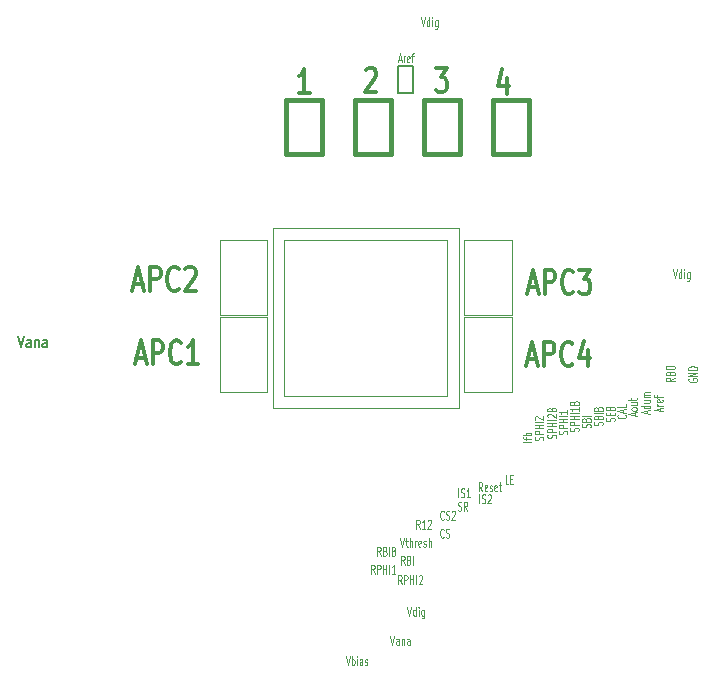
<source format=gto>
G04 (created by PCBNEW-RS274X (2012-01-19 BZR 3256)-stable) date Wed Aug 28 15:53:45 2013*
G01*
G70*
G90*
%MOIN*%
G04 Gerber Fmt 3.4, Leading zero omitted, Abs format*
%FSLAX34Y34*%
G04 APERTURE LIST*
%ADD10C,0.006000*%
%ADD11C,0.004900*%
%ADD12C,0.005900*%
%ADD13C,0.012000*%
%ADD14C,0.001000*%
%ADD15C,0.002500*%
%ADD16C,0.015000*%
%ADD17C,0.005000*%
G04 APERTURE END LIST*
G54D10*
G54D11*
X58952Y-11835D02*
X59045Y-11835D01*
X58933Y-11919D02*
X58998Y-11624D01*
X59064Y-11919D01*
X59130Y-11919D02*
X59130Y-11722D01*
X59130Y-11778D02*
X59139Y-11750D01*
X59149Y-11736D01*
X59167Y-11722D01*
X59186Y-11722D01*
X59327Y-11905D02*
X59308Y-11919D01*
X59271Y-11919D01*
X59252Y-11905D01*
X59243Y-11877D01*
X59243Y-11764D01*
X59252Y-11736D01*
X59271Y-11722D01*
X59308Y-11722D01*
X59327Y-11736D01*
X59336Y-11764D01*
X59336Y-11792D01*
X59243Y-11821D01*
X59393Y-11722D02*
X59468Y-11722D01*
X59421Y-11919D02*
X59421Y-11666D01*
X59430Y-11638D01*
X59449Y-11624D01*
X59468Y-11624D01*
X59710Y-10424D02*
X59775Y-10719D01*
X59841Y-10424D01*
X59991Y-10719D02*
X59991Y-10424D01*
X59991Y-10705D02*
X59973Y-10719D01*
X59935Y-10719D01*
X59916Y-10705D01*
X59907Y-10691D01*
X59898Y-10663D01*
X59898Y-10578D01*
X59907Y-10550D01*
X59916Y-10536D01*
X59935Y-10522D01*
X59973Y-10522D01*
X59991Y-10536D01*
X60085Y-10719D02*
X60085Y-10522D01*
X60085Y-10424D02*
X60076Y-10438D01*
X60085Y-10452D01*
X60094Y-10438D01*
X60085Y-10424D01*
X60085Y-10452D01*
X60263Y-10522D02*
X60263Y-10761D01*
X60254Y-10789D01*
X60245Y-10803D01*
X60226Y-10817D01*
X60198Y-10817D01*
X60179Y-10803D01*
X60263Y-10705D02*
X60245Y-10719D01*
X60207Y-10719D01*
X60188Y-10705D01*
X60179Y-10691D01*
X60170Y-10663D01*
X60170Y-10578D01*
X60179Y-10550D01*
X60188Y-10536D01*
X60207Y-10522D01*
X60245Y-10522D01*
X60263Y-10536D01*
X68110Y-18824D02*
X68175Y-19119D01*
X68241Y-18824D01*
X68391Y-19119D02*
X68391Y-18824D01*
X68391Y-19105D02*
X68373Y-19119D01*
X68335Y-19119D01*
X68316Y-19105D01*
X68307Y-19091D01*
X68298Y-19063D01*
X68298Y-18978D01*
X68307Y-18950D01*
X68316Y-18936D01*
X68335Y-18922D01*
X68373Y-18922D01*
X68391Y-18936D01*
X68485Y-19119D02*
X68485Y-18922D01*
X68485Y-18824D02*
X68476Y-18838D01*
X68485Y-18852D01*
X68494Y-18838D01*
X68485Y-18824D01*
X68485Y-18852D01*
X68663Y-18922D02*
X68663Y-19161D01*
X68654Y-19189D01*
X68645Y-19203D01*
X68626Y-19217D01*
X68598Y-19217D01*
X68579Y-19203D01*
X68663Y-19105D02*
X68645Y-19119D01*
X68607Y-19119D01*
X68588Y-19105D01*
X68579Y-19091D01*
X68570Y-19063D01*
X68570Y-18978D01*
X68579Y-18950D01*
X68588Y-18936D01*
X68607Y-18922D01*
X68645Y-18922D01*
X68663Y-18936D01*
X59068Y-29319D02*
X59003Y-29178D01*
X58956Y-29319D02*
X58956Y-29024D01*
X59031Y-29024D01*
X59050Y-29038D01*
X59059Y-29052D01*
X59068Y-29080D01*
X59068Y-29122D01*
X59059Y-29150D01*
X59050Y-29164D01*
X59031Y-29178D01*
X58956Y-29178D01*
X59153Y-29319D02*
X59153Y-29024D01*
X59228Y-29024D01*
X59247Y-29038D01*
X59256Y-29052D01*
X59265Y-29080D01*
X59265Y-29122D01*
X59256Y-29150D01*
X59247Y-29164D01*
X59228Y-29178D01*
X59153Y-29178D01*
X59350Y-29319D02*
X59350Y-29024D01*
X59350Y-29164D02*
X59462Y-29164D01*
X59462Y-29319D02*
X59462Y-29024D01*
X59556Y-29319D02*
X59556Y-29024D01*
X59641Y-29052D02*
X59650Y-29038D01*
X59669Y-29024D01*
X59716Y-29024D01*
X59734Y-29038D01*
X59744Y-29052D01*
X59753Y-29080D01*
X59753Y-29108D01*
X59744Y-29150D01*
X59631Y-29319D01*
X59753Y-29319D01*
X58168Y-28969D02*
X58103Y-28828D01*
X58056Y-28969D02*
X58056Y-28674D01*
X58131Y-28674D01*
X58150Y-28688D01*
X58159Y-28702D01*
X58168Y-28730D01*
X58168Y-28772D01*
X58159Y-28800D01*
X58150Y-28814D01*
X58131Y-28828D01*
X58056Y-28828D01*
X58253Y-28969D02*
X58253Y-28674D01*
X58328Y-28674D01*
X58347Y-28688D01*
X58356Y-28702D01*
X58365Y-28730D01*
X58365Y-28772D01*
X58356Y-28800D01*
X58347Y-28814D01*
X58328Y-28828D01*
X58253Y-28828D01*
X58450Y-28969D02*
X58450Y-28674D01*
X58450Y-28814D02*
X58562Y-28814D01*
X58562Y-28969D02*
X58562Y-28674D01*
X58656Y-28969D02*
X58656Y-28674D01*
X58853Y-28969D02*
X58741Y-28969D01*
X58797Y-28969D02*
X58797Y-28674D01*
X58778Y-28716D01*
X58759Y-28744D01*
X58741Y-28758D01*
X59165Y-28669D02*
X59100Y-28528D01*
X59053Y-28669D02*
X59053Y-28374D01*
X59128Y-28374D01*
X59147Y-28388D01*
X59156Y-28402D01*
X59165Y-28430D01*
X59165Y-28472D01*
X59156Y-28500D01*
X59147Y-28514D01*
X59128Y-28528D01*
X59053Y-28528D01*
X59316Y-28514D02*
X59344Y-28528D01*
X59353Y-28542D01*
X59362Y-28571D01*
X59362Y-28613D01*
X59353Y-28641D01*
X59344Y-28655D01*
X59325Y-28669D01*
X59250Y-28669D01*
X59250Y-28374D01*
X59316Y-28374D01*
X59334Y-28388D01*
X59344Y-28402D01*
X59353Y-28430D01*
X59353Y-28458D01*
X59344Y-28486D01*
X59334Y-28500D01*
X59316Y-28514D01*
X59250Y-28514D01*
X59447Y-28669D02*
X59447Y-28374D01*
X58367Y-28369D02*
X58302Y-28228D01*
X58255Y-28369D02*
X58255Y-28074D01*
X58330Y-28074D01*
X58349Y-28088D01*
X58358Y-28102D01*
X58367Y-28130D01*
X58367Y-28172D01*
X58358Y-28200D01*
X58349Y-28214D01*
X58330Y-28228D01*
X58255Y-28228D01*
X58518Y-28214D02*
X58546Y-28228D01*
X58555Y-28242D01*
X58564Y-28271D01*
X58564Y-28313D01*
X58555Y-28341D01*
X58546Y-28355D01*
X58527Y-28369D01*
X58452Y-28369D01*
X58452Y-28074D01*
X58518Y-28074D01*
X58536Y-28088D01*
X58546Y-28102D01*
X58555Y-28130D01*
X58555Y-28158D01*
X58546Y-28186D01*
X58536Y-28200D01*
X58518Y-28214D01*
X58452Y-28214D01*
X58649Y-28369D02*
X58649Y-28074D01*
X58809Y-28214D02*
X58837Y-28228D01*
X58846Y-28242D01*
X58855Y-28271D01*
X58855Y-28313D01*
X58846Y-28341D01*
X58837Y-28355D01*
X58818Y-28369D01*
X58743Y-28369D01*
X58743Y-28074D01*
X58809Y-28074D01*
X58827Y-28088D01*
X58837Y-28102D01*
X58846Y-28130D01*
X58846Y-28158D01*
X58837Y-28186D01*
X58827Y-28200D01*
X58809Y-28214D01*
X58743Y-28214D01*
X59025Y-27774D02*
X59090Y-28069D01*
X59156Y-27774D01*
X59194Y-27872D02*
X59269Y-27872D01*
X59222Y-27774D02*
X59222Y-28027D01*
X59231Y-28055D01*
X59250Y-28069D01*
X59269Y-28069D01*
X59335Y-28069D02*
X59335Y-27774D01*
X59419Y-28069D02*
X59419Y-27914D01*
X59410Y-27886D01*
X59391Y-27872D01*
X59363Y-27872D01*
X59344Y-27886D01*
X59335Y-27900D01*
X59513Y-28069D02*
X59513Y-27872D01*
X59513Y-27928D02*
X59522Y-27900D01*
X59532Y-27886D01*
X59550Y-27872D01*
X59569Y-27872D01*
X59710Y-28055D02*
X59691Y-28069D01*
X59654Y-28069D01*
X59635Y-28055D01*
X59626Y-28027D01*
X59626Y-27914D01*
X59635Y-27886D01*
X59654Y-27872D01*
X59691Y-27872D01*
X59710Y-27886D01*
X59719Y-27914D01*
X59719Y-27942D01*
X59626Y-27971D01*
X59795Y-28055D02*
X59813Y-28069D01*
X59851Y-28069D01*
X59870Y-28055D01*
X59879Y-28027D01*
X59879Y-28013D01*
X59870Y-27985D01*
X59851Y-27971D01*
X59823Y-27971D01*
X59804Y-27957D01*
X59795Y-27928D01*
X59795Y-27914D01*
X59804Y-27886D01*
X59823Y-27872D01*
X59851Y-27872D01*
X59870Y-27886D01*
X59963Y-28069D02*
X59963Y-27774D01*
X60047Y-28069D02*
X60047Y-27914D01*
X60038Y-27886D01*
X60019Y-27872D01*
X59991Y-27872D01*
X59972Y-27886D01*
X59963Y-27900D01*
X60467Y-27741D02*
X60458Y-27755D01*
X60430Y-27769D01*
X60411Y-27769D01*
X60383Y-27755D01*
X60364Y-27727D01*
X60355Y-27699D01*
X60346Y-27642D01*
X60346Y-27600D01*
X60355Y-27544D01*
X60364Y-27516D01*
X60383Y-27488D01*
X60411Y-27474D01*
X60430Y-27474D01*
X60458Y-27488D01*
X60467Y-27502D01*
X60543Y-27755D02*
X60571Y-27769D01*
X60618Y-27769D01*
X60636Y-27755D01*
X60646Y-27741D01*
X60655Y-27713D01*
X60655Y-27685D01*
X60646Y-27657D01*
X60636Y-27642D01*
X60618Y-27628D01*
X60580Y-27614D01*
X60561Y-27600D01*
X60552Y-27586D01*
X60543Y-27558D01*
X60543Y-27530D01*
X60552Y-27502D01*
X60561Y-27488D01*
X60580Y-27474D01*
X60627Y-27474D01*
X60655Y-27488D01*
X59673Y-27469D02*
X59608Y-27328D01*
X59561Y-27469D02*
X59561Y-27174D01*
X59636Y-27174D01*
X59655Y-27188D01*
X59664Y-27202D01*
X59673Y-27230D01*
X59673Y-27272D01*
X59664Y-27300D01*
X59655Y-27314D01*
X59636Y-27328D01*
X59561Y-27328D01*
X59861Y-27469D02*
X59749Y-27469D01*
X59805Y-27469D02*
X59805Y-27174D01*
X59786Y-27216D01*
X59767Y-27244D01*
X59749Y-27258D01*
X59937Y-27202D02*
X59946Y-27188D01*
X59965Y-27174D01*
X60012Y-27174D01*
X60030Y-27188D01*
X60040Y-27202D01*
X60049Y-27230D01*
X60049Y-27258D01*
X60040Y-27300D01*
X59927Y-27469D01*
X60049Y-27469D01*
X60473Y-27141D02*
X60464Y-27155D01*
X60436Y-27169D01*
X60417Y-27169D01*
X60389Y-27155D01*
X60370Y-27127D01*
X60361Y-27099D01*
X60352Y-27042D01*
X60352Y-27000D01*
X60361Y-26944D01*
X60370Y-26916D01*
X60389Y-26888D01*
X60417Y-26874D01*
X60436Y-26874D01*
X60464Y-26888D01*
X60473Y-26902D01*
X60549Y-27155D02*
X60577Y-27169D01*
X60624Y-27169D01*
X60642Y-27155D01*
X60652Y-27141D01*
X60661Y-27113D01*
X60661Y-27085D01*
X60652Y-27057D01*
X60642Y-27042D01*
X60624Y-27028D01*
X60586Y-27014D01*
X60567Y-27000D01*
X60558Y-26986D01*
X60549Y-26958D01*
X60549Y-26930D01*
X60558Y-26902D01*
X60567Y-26888D01*
X60586Y-26874D01*
X60633Y-26874D01*
X60661Y-26888D01*
X60737Y-26902D02*
X60746Y-26888D01*
X60765Y-26874D01*
X60812Y-26874D01*
X60830Y-26888D01*
X60840Y-26902D01*
X60849Y-26930D01*
X60849Y-26958D01*
X60840Y-27000D01*
X60727Y-27169D01*
X60849Y-27169D01*
X60946Y-26855D02*
X60974Y-26869D01*
X61021Y-26869D01*
X61039Y-26855D01*
X61049Y-26841D01*
X61058Y-26813D01*
X61058Y-26785D01*
X61049Y-26757D01*
X61039Y-26742D01*
X61021Y-26728D01*
X60983Y-26714D01*
X60964Y-26700D01*
X60955Y-26686D01*
X60946Y-26658D01*
X60946Y-26630D01*
X60955Y-26602D01*
X60964Y-26588D01*
X60983Y-26574D01*
X61030Y-26574D01*
X61058Y-26588D01*
X61255Y-26869D02*
X61190Y-26728D01*
X61143Y-26869D02*
X61143Y-26574D01*
X61218Y-26574D01*
X61237Y-26588D01*
X61246Y-26602D01*
X61255Y-26630D01*
X61255Y-26672D01*
X61246Y-26700D01*
X61237Y-26714D01*
X61218Y-26728D01*
X61143Y-26728D01*
X61662Y-26619D02*
X61662Y-26324D01*
X61747Y-26605D02*
X61775Y-26619D01*
X61822Y-26619D01*
X61840Y-26605D01*
X61850Y-26591D01*
X61859Y-26563D01*
X61859Y-26535D01*
X61850Y-26507D01*
X61840Y-26492D01*
X61822Y-26478D01*
X61784Y-26464D01*
X61765Y-26450D01*
X61756Y-26436D01*
X61747Y-26408D01*
X61747Y-26380D01*
X61756Y-26352D01*
X61765Y-26338D01*
X61784Y-26324D01*
X61831Y-26324D01*
X61859Y-26338D01*
X61935Y-26352D02*
X61944Y-26338D01*
X61963Y-26324D01*
X62010Y-26324D01*
X62028Y-26338D01*
X62038Y-26352D01*
X62047Y-26380D01*
X62047Y-26408D01*
X62038Y-26450D01*
X61925Y-26619D01*
X62047Y-26619D01*
X60962Y-26419D02*
X60962Y-26124D01*
X61047Y-26405D02*
X61075Y-26419D01*
X61122Y-26419D01*
X61140Y-26405D01*
X61150Y-26391D01*
X61159Y-26363D01*
X61159Y-26335D01*
X61150Y-26307D01*
X61140Y-26292D01*
X61122Y-26278D01*
X61084Y-26264D01*
X61065Y-26250D01*
X61056Y-26236D01*
X61047Y-26208D01*
X61047Y-26180D01*
X61056Y-26152D01*
X61065Y-26138D01*
X61084Y-26124D01*
X61131Y-26124D01*
X61159Y-26138D01*
X61347Y-26419D02*
X61235Y-26419D01*
X61291Y-26419D02*
X61291Y-26124D01*
X61272Y-26166D01*
X61253Y-26194D01*
X61235Y-26208D01*
X61756Y-26219D02*
X61691Y-26078D01*
X61644Y-26219D02*
X61644Y-25924D01*
X61719Y-25924D01*
X61738Y-25938D01*
X61747Y-25952D01*
X61756Y-25980D01*
X61756Y-26022D01*
X61747Y-26050D01*
X61738Y-26064D01*
X61719Y-26078D01*
X61644Y-26078D01*
X61916Y-26205D02*
X61897Y-26219D01*
X61860Y-26219D01*
X61841Y-26205D01*
X61832Y-26177D01*
X61832Y-26064D01*
X61841Y-26036D01*
X61860Y-26022D01*
X61897Y-26022D01*
X61916Y-26036D01*
X61925Y-26064D01*
X61925Y-26092D01*
X61832Y-26121D01*
X62001Y-26205D02*
X62019Y-26219D01*
X62057Y-26219D01*
X62076Y-26205D01*
X62085Y-26177D01*
X62085Y-26163D01*
X62076Y-26135D01*
X62057Y-26121D01*
X62029Y-26121D01*
X62010Y-26107D01*
X62001Y-26078D01*
X62001Y-26064D01*
X62010Y-26036D01*
X62029Y-26022D01*
X62057Y-26022D01*
X62076Y-26036D01*
X62244Y-26205D02*
X62225Y-26219D01*
X62188Y-26219D01*
X62169Y-26205D01*
X62160Y-26177D01*
X62160Y-26064D01*
X62169Y-26036D01*
X62188Y-26022D01*
X62225Y-26022D01*
X62244Y-26036D01*
X62253Y-26064D01*
X62253Y-26092D01*
X62160Y-26121D01*
X62310Y-26022D02*
X62385Y-26022D01*
X62338Y-25924D02*
X62338Y-26177D01*
X62347Y-26205D01*
X62366Y-26219D01*
X62385Y-26219D01*
X62623Y-25969D02*
X62529Y-25969D01*
X62529Y-25674D01*
X62688Y-25814D02*
X62754Y-25814D01*
X62782Y-25969D02*
X62688Y-25969D01*
X62688Y-25674D01*
X62782Y-25674D01*
X57205Y-31724D02*
X57270Y-32019D01*
X57336Y-31724D01*
X57402Y-32019D02*
X57402Y-31724D01*
X57402Y-31836D02*
X57421Y-31822D01*
X57458Y-31822D01*
X57477Y-31836D01*
X57486Y-31850D01*
X57496Y-31878D01*
X57496Y-31963D01*
X57486Y-31991D01*
X57477Y-32005D01*
X57458Y-32019D01*
X57421Y-32019D01*
X57402Y-32005D01*
X57580Y-32019D02*
X57580Y-31822D01*
X57580Y-31724D02*
X57571Y-31738D01*
X57580Y-31752D01*
X57589Y-31738D01*
X57580Y-31724D01*
X57580Y-31752D01*
X57758Y-32019D02*
X57758Y-31864D01*
X57749Y-31836D01*
X57730Y-31822D01*
X57693Y-31822D01*
X57674Y-31836D01*
X57758Y-32005D02*
X57740Y-32019D01*
X57693Y-32019D01*
X57674Y-32005D01*
X57665Y-31977D01*
X57665Y-31949D01*
X57674Y-31921D01*
X57693Y-31907D01*
X57740Y-31907D01*
X57758Y-31892D01*
X57843Y-32005D02*
X57861Y-32019D01*
X57899Y-32019D01*
X57918Y-32005D01*
X57927Y-31977D01*
X57927Y-31963D01*
X57918Y-31935D01*
X57899Y-31921D01*
X57871Y-31921D01*
X57852Y-31907D01*
X57843Y-31878D01*
X57843Y-31864D01*
X57852Y-31836D01*
X57871Y-31822D01*
X57899Y-31822D01*
X57918Y-31836D01*
X59260Y-30074D02*
X59325Y-30369D01*
X59391Y-30074D01*
X59541Y-30369D02*
X59541Y-30074D01*
X59541Y-30355D02*
X59523Y-30369D01*
X59485Y-30369D01*
X59466Y-30355D01*
X59457Y-30341D01*
X59448Y-30313D01*
X59448Y-30228D01*
X59457Y-30200D01*
X59466Y-30186D01*
X59485Y-30172D01*
X59523Y-30172D01*
X59541Y-30186D01*
X59635Y-30369D02*
X59635Y-30172D01*
X59635Y-30074D02*
X59626Y-30088D01*
X59635Y-30102D01*
X59644Y-30088D01*
X59635Y-30074D01*
X59635Y-30102D01*
X59813Y-30172D02*
X59813Y-30411D01*
X59804Y-30439D01*
X59795Y-30453D01*
X59776Y-30467D01*
X59748Y-30467D01*
X59729Y-30453D01*
X59813Y-30355D02*
X59795Y-30369D01*
X59757Y-30369D01*
X59738Y-30355D01*
X59729Y-30341D01*
X59720Y-30313D01*
X59720Y-30228D01*
X59729Y-30200D01*
X59738Y-30186D01*
X59757Y-30172D01*
X59795Y-30172D01*
X59813Y-30186D01*
X68638Y-22475D02*
X68624Y-22494D01*
X68624Y-22522D01*
X68638Y-22550D01*
X68666Y-22569D01*
X68694Y-22578D01*
X68750Y-22587D01*
X68792Y-22587D01*
X68849Y-22578D01*
X68877Y-22569D01*
X68905Y-22550D01*
X68919Y-22522D01*
X68919Y-22503D01*
X68905Y-22475D01*
X68891Y-22466D01*
X68792Y-22466D01*
X68792Y-22503D01*
X68919Y-22381D02*
X68624Y-22381D01*
X68919Y-22269D01*
X68624Y-22269D01*
X68919Y-22175D02*
X68624Y-22175D01*
X68624Y-22128D01*
X68638Y-22100D01*
X68666Y-22081D01*
X68694Y-22072D01*
X68750Y-22063D01*
X68792Y-22063D01*
X68849Y-22072D01*
X68877Y-22081D01*
X68905Y-22100D01*
X68919Y-22128D01*
X68919Y-22175D01*
X63394Y-24570D02*
X63099Y-24570D01*
X63197Y-24504D02*
X63197Y-24429D01*
X63394Y-24476D02*
X63141Y-24476D01*
X63113Y-24467D01*
X63099Y-24448D01*
X63099Y-24429D01*
X63394Y-24363D02*
X63099Y-24363D01*
X63211Y-24363D02*
X63197Y-24344D01*
X63197Y-24307D01*
X63211Y-24288D01*
X63225Y-24279D01*
X63253Y-24269D01*
X63338Y-24269D01*
X63366Y-24279D01*
X63380Y-24288D01*
X63394Y-24307D01*
X63394Y-24344D01*
X63380Y-24363D01*
X63780Y-24523D02*
X63794Y-24495D01*
X63794Y-24448D01*
X63780Y-24430D01*
X63766Y-24420D01*
X63738Y-24411D01*
X63710Y-24411D01*
X63682Y-24420D01*
X63667Y-24430D01*
X63653Y-24448D01*
X63639Y-24486D01*
X63625Y-24505D01*
X63611Y-24514D01*
X63583Y-24523D01*
X63555Y-24523D01*
X63527Y-24514D01*
X63513Y-24505D01*
X63499Y-24486D01*
X63499Y-24439D01*
X63513Y-24411D01*
X63794Y-24326D02*
X63499Y-24326D01*
X63499Y-24251D01*
X63513Y-24232D01*
X63527Y-24223D01*
X63555Y-24214D01*
X63597Y-24214D01*
X63625Y-24223D01*
X63639Y-24232D01*
X63653Y-24251D01*
X63653Y-24326D01*
X63794Y-24129D02*
X63499Y-24129D01*
X63639Y-24129D02*
X63639Y-24017D01*
X63794Y-24017D02*
X63499Y-24017D01*
X63794Y-23923D02*
X63499Y-23923D01*
X63527Y-23838D02*
X63513Y-23829D01*
X63499Y-23810D01*
X63499Y-23763D01*
X63513Y-23745D01*
X63527Y-23735D01*
X63555Y-23726D01*
X63583Y-23726D01*
X63625Y-23735D01*
X63794Y-23848D01*
X63794Y-23726D01*
X64205Y-24447D02*
X64219Y-24419D01*
X64219Y-24372D01*
X64205Y-24354D01*
X64191Y-24344D01*
X64163Y-24335D01*
X64135Y-24335D01*
X64107Y-24344D01*
X64092Y-24354D01*
X64078Y-24372D01*
X64064Y-24410D01*
X64050Y-24429D01*
X64036Y-24438D01*
X64008Y-24447D01*
X63980Y-24447D01*
X63952Y-24438D01*
X63938Y-24429D01*
X63924Y-24410D01*
X63924Y-24363D01*
X63938Y-24335D01*
X64219Y-24250D02*
X63924Y-24250D01*
X63924Y-24175D01*
X63938Y-24156D01*
X63952Y-24147D01*
X63980Y-24138D01*
X64022Y-24138D01*
X64050Y-24147D01*
X64064Y-24156D01*
X64078Y-24175D01*
X64078Y-24250D01*
X64219Y-24053D02*
X63924Y-24053D01*
X64064Y-24053D02*
X64064Y-23941D01*
X64219Y-23941D02*
X63924Y-23941D01*
X64219Y-23847D02*
X63924Y-23847D01*
X63952Y-23762D02*
X63938Y-23753D01*
X63924Y-23734D01*
X63924Y-23687D01*
X63938Y-23669D01*
X63952Y-23659D01*
X63980Y-23650D01*
X64008Y-23650D01*
X64050Y-23659D01*
X64219Y-23772D01*
X64219Y-23650D01*
X64064Y-23499D02*
X64078Y-23471D01*
X64092Y-23462D01*
X64121Y-23453D01*
X64163Y-23453D01*
X64191Y-23462D01*
X64205Y-23471D01*
X64219Y-23490D01*
X64219Y-23565D01*
X63924Y-23565D01*
X63924Y-23499D01*
X63938Y-23481D01*
X63952Y-23471D01*
X63980Y-23462D01*
X64008Y-23462D01*
X64036Y-23471D01*
X64050Y-23481D01*
X64064Y-23499D01*
X64064Y-23565D01*
X64580Y-24323D02*
X64594Y-24295D01*
X64594Y-24248D01*
X64580Y-24230D01*
X64566Y-24220D01*
X64538Y-24211D01*
X64510Y-24211D01*
X64482Y-24220D01*
X64467Y-24230D01*
X64453Y-24248D01*
X64439Y-24286D01*
X64425Y-24305D01*
X64411Y-24314D01*
X64383Y-24323D01*
X64355Y-24323D01*
X64327Y-24314D01*
X64313Y-24305D01*
X64299Y-24286D01*
X64299Y-24239D01*
X64313Y-24211D01*
X64594Y-24126D02*
X64299Y-24126D01*
X64299Y-24051D01*
X64313Y-24032D01*
X64327Y-24023D01*
X64355Y-24014D01*
X64397Y-24014D01*
X64425Y-24023D01*
X64439Y-24032D01*
X64453Y-24051D01*
X64453Y-24126D01*
X64594Y-23929D02*
X64299Y-23929D01*
X64439Y-23929D02*
X64439Y-23817D01*
X64594Y-23817D02*
X64299Y-23817D01*
X64594Y-23723D02*
X64299Y-23723D01*
X64594Y-23526D02*
X64594Y-23638D01*
X64594Y-23582D02*
X64299Y-23582D01*
X64341Y-23601D01*
X64369Y-23620D01*
X64383Y-23638D01*
X64955Y-24222D02*
X64969Y-24194D01*
X64969Y-24147D01*
X64955Y-24129D01*
X64941Y-24119D01*
X64913Y-24110D01*
X64885Y-24110D01*
X64857Y-24119D01*
X64842Y-24129D01*
X64828Y-24147D01*
X64814Y-24185D01*
X64800Y-24204D01*
X64786Y-24213D01*
X64758Y-24222D01*
X64730Y-24222D01*
X64702Y-24213D01*
X64688Y-24204D01*
X64674Y-24185D01*
X64674Y-24138D01*
X64688Y-24110D01*
X64969Y-24025D02*
X64674Y-24025D01*
X64674Y-23950D01*
X64688Y-23931D01*
X64702Y-23922D01*
X64730Y-23913D01*
X64772Y-23913D01*
X64800Y-23922D01*
X64814Y-23931D01*
X64828Y-23950D01*
X64828Y-24025D01*
X64969Y-23828D02*
X64674Y-23828D01*
X64814Y-23828D02*
X64814Y-23716D01*
X64969Y-23716D02*
X64674Y-23716D01*
X64969Y-23622D02*
X64674Y-23622D01*
X64969Y-23425D02*
X64969Y-23537D01*
X64969Y-23481D02*
X64674Y-23481D01*
X64716Y-23500D01*
X64744Y-23519D01*
X64758Y-23537D01*
X64814Y-23274D02*
X64828Y-23246D01*
X64842Y-23237D01*
X64871Y-23228D01*
X64913Y-23228D01*
X64941Y-23237D01*
X64955Y-23246D01*
X64969Y-23265D01*
X64969Y-23340D01*
X64674Y-23340D01*
X64674Y-23274D01*
X64688Y-23256D01*
X64702Y-23246D01*
X64730Y-23237D01*
X64758Y-23237D01*
X64786Y-23246D01*
X64800Y-23256D01*
X64814Y-23274D01*
X64814Y-23340D01*
X65355Y-24101D02*
X65369Y-24073D01*
X65369Y-24026D01*
X65355Y-24008D01*
X65341Y-23998D01*
X65313Y-23989D01*
X65285Y-23989D01*
X65257Y-23998D01*
X65242Y-24008D01*
X65228Y-24026D01*
X65214Y-24064D01*
X65200Y-24083D01*
X65186Y-24092D01*
X65158Y-24101D01*
X65130Y-24101D01*
X65102Y-24092D01*
X65088Y-24083D01*
X65074Y-24064D01*
X65074Y-24017D01*
X65088Y-23989D01*
X65214Y-23838D02*
X65228Y-23810D01*
X65242Y-23801D01*
X65271Y-23792D01*
X65313Y-23792D01*
X65341Y-23801D01*
X65355Y-23810D01*
X65369Y-23829D01*
X65369Y-23904D01*
X65074Y-23904D01*
X65074Y-23838D01*
X65088Y-23820D01*
X65102Y-23810D01*
X65130Y-23801D01*
X65158Y-23801D01*
X65186Y-23810D01*
X65200Y-23820D01*
X65214Y-23838D01*
X65214Y-23904D01*
X65369Y-23707D02*
X65074Y-23707D01*
X65755Y-24025D02*
X65769Y-23997D01*
X65769Y-23950D01*
X65755Y-23932D01*
X65741Y-23922D01*
X65713Y-23913D01*
X65685Y-23913D01*
X65657Y-23922D01*
X65642Y-23932D01*
X65628Y-23950D01*
X65614Y-23988D01*
X65600Y-24007D01*
X65586Y-24016D01*
X65558Y-24025D01*
X65530Y-24025D01*
X65502Y-24016D01*
X65488Y-24007D01*
X65474Y-23988D01*
X65474Y-23941D01*
X65488Y-23913D01*
X65614Y-23762D02*
X65628Y-23734D01*
X65642Y-23725D01*
X65671Y-23716D01*
X65713Y-23716D01*
X65741Y-23725D01*
X65755Y-23734D01*
X65769Y-23753D01*
X65769Y-23828D01*
X65474Y-23828D01*
X65474Y-23762D01*
X65488Y-23744D01*
X65502Y-23734D01*
X65530Y-23725D01*
X65558Y-23725D01*
X65586Y-23734D01*
X65600Y-23744D01*
X65614Y-23762D01*
X65614Y-23828D01*
X65769Y-23631D02*
X65474Y-23631D01*
X65614Y-23471D02*
X65628Y-23443D01*
X65642Y-23434D01*
X65671Y-23425D01*
X65713Y-23425D01*
X65741Y-23434D01*
X65755Y-23443D01*
X65769Y-23462D01*
X65769Y-23537D01*
X65474Y-23537D01*
X65474Y-23471D01*
X65488Y-23453D01*
X65502Y-23443D01*
X65530Y-23434D01*
X65558Y-23434D01*
X65586Y-23443D01*
X65600Y-23453D01*
X65614Y-23471D01*
X65614Y-23537D01*
X66155Y-23893D02*
X66169Y-23865D01*
X66169Y-23818D01*
X66155Y-23800D01*
X66141Y-23790D01*
X66113Y-23781D01*
X66085Y-23781D01*
X66057Y-23790D01*
X66042Y-23800D01*
X66028Y-23818D01*
X66014Y-23856D01*
X66000Y-23875D01*
X65986Y-23884D01*
X65958Y-23893D01*
X65930Y-23893D01*
X65902Y-23884D01*
X65888Y-23875D01*
X65874Y-23856D01*
X65874Y-23809D01*
X65888Y-23781D01*
X66014Y-23696D02*
X66014Y-23630D01*
X66169Y-23602D02*
X66169Y-23696D01*
X65874Y-23696D01*
X65874Y-23602D01*
X66014Y-23452D02*
X66028Y-23424D01*
X66042Y-23415D01*
X66071Y-23406D01*
X66113Y-23406D01*
X66141Y-23415D01*
X66155Y-23424D01*
X66169Y-23443D01*
X66169Y-23518D01*
X65874Y-23518D01*
X65874Y-23452D01*
X65888Y-23434D01*
X65902Y-23424D01*
X65930Y-23415D01*
X65958Y-23415D01*
X65986Y-23424D01*
X66000Y-23434D01*
X66014Y-23452D01*
X66014Y-23518D01*
X66516Y-23678D02*
X66530Y-23687D01*
X66544Y-23715D01*
X66544Y-23734D01*
X66530Y-23762D01*
X66502Y-23781D01*
X66474Y-23790D01*
X66417Y-23799D01*
X66375Y-23799D01*
X66319Y-23790D01*
X66291Y-23781D01*
X66263Y-23762D01*
X66249Y-23734D01*
X66249Y-23715D01*
X66263Y-23687D01*
X66277Y-23678D01*
X66460Y-23602D02*
X66460Y-23509D01*
X66544Y-23621D02*
X66249Y-23556D01*
X66544Y-23490D01*
X66544Y-23330D02*
X66544Y-23424D01*
X66249Y-23424D01*
X66835Y-23706D02*
X66835Y-23613D01*
X66919Y-23725D02*
X66624Y-23660D01*
X66919Y-23594D01*
X66919Y-23500D02*
X66905Y-23519D01*
X66891Y-23528D01*
X66863Y-23537D01*
X66778Y-23537D01*
X66750Y-23528D01*
X66736Y-23519D01*
X66722Y-23500D01*
X66722Y-23472D01*
X66736Y-23453D01*
X66750Y-23444D01*
X66778Y-23434D01*
X66863Y-23434D01*
X66891Y-23444D01*
X66905Y-23453D01*
X66919Y-23472D01*
X66919Y-23500D01*
X66722Y-23266D02*
X66919Y-23266D01*
X66722Y-23350D02*
X66877Y-23350D01*
X66905Y-23341D01*
X66919Y-23322D01*
X66919Y-23294D01*
X66905Y-23275D01*
X66891Y-23266D01*
X66722Y-23200D02*
X66722Y-23125D01*
X66624Y-23172D02*
X66877Y-23172D01*
X66905Y-23163D01*
X66919Y-23144D01*
X66919Y-23125D01*
X67260Y-23631D02*
X67260Y-23538D01*
X67344Y-23650D02*
X67049Y-23585D01*
X67344Y-23519D01*
X67344Y-23369D02*
X67049Y-23369D01*
X67330Y-23369D02*
X67344Y-23387D01*
X67344Y-23425D01*
X67330Y-23444D01*
X67316Y-23453D01*
X67288Y-23462D01*
X67203Y-23462D01*
X67175Y-23453D01*
X67161Y-23444D01*
X67147Y-23425D01*
X67147Y-23387D01*
X67161Y-23369D01*
X67147Y-23191D02*
X67344Y-23191D01*
X67147Y-23275D02*
X67302Y-23275D01*
X67330Y-23266D01*
X67344Y-23247D01*
X67344Y-23219D01*
X67330Y-23200D01*
X67316Y-23191D01*
X67344Y-23097D02*
X67147Y-23097D01*
X67175Y-23097D02*
X67161Y-23088D01*
X67147Y-23069D01*
X67147Y-23041D01*
X67161Y-23022D01*
X67189Y-23013D01*
X67344Y-23013D01*
X67189Y-23013D02*
X67161Y-23003D01*
X67147Y-22985D01*
X67147Y-22956D01*
X67161Y-22938D01*
X67189Y-22928D01*
X67344Y-22928D01*
X67685Y-23548D02*
X67685Y-23455D01*
X67769Y-23567D02*
X67474Y-23502D01*
X67769Y-23436D01*
X67769Y-23370D02*
X67572Y-23370D01*
X67628Y-23370D02*
X67600Y-23361D01*
X67586Y-23351D01*
X67572Y-23333D01*
X67572Y-23314D01*
X67755Y-23173D02*
X67769Y-23192D01*
X67769Y-23229D01*
X67755Y-23248D01*
X67727Y-23257D01*
X67614Y-23257D01*
X67586Y-23248D01*
X67572Y-23229D01*
X67572Y-23192D01*
X67586Y-23173D01*
X67614Y-23164D01*
X67642Y-23164D01*
X67671Y-23257D01*
X67572Y-23107D02*
X67572Y-23032D01*
X67769Y-23079D02*
X67516Y-23079D01*
X67488Y-23070D01*
X67474Y-23051D01*
X67474Y-23032D01*
X68169Y-22441D02*
X68028Y-22506D01*
X68169Y-22553D02*
X67874Y-22553D01*
X67874Y-22478D01*
X67888Y-22459D01*
X67902Y-22450D01*
X67930Y-22441D01*
X67972Y-22441D01*
X68000Y-22450D01*
X68014Y-22459D01*
X68028Y-22478D01*
X68028Y-22553D01*
X68014Y-22290D02*
X68028Y-22262D01*
X68042Y-22253D01*
X68071Y-22244D01*
X68113Y-22244D01*
X68141Y-22253D01*
X68155Y-22262D01*
X68169Y-22281D01*
X68169Y-22356D01*
X67874Y-22356D01*
X67874Y-22290D01*
X67888Y-22272D01*
X67902Y-22262D01*
X67930Y-22253D01*
X67958Y-22253D01*
X67986Y-22262D01*
X68000Y-22272D01*
X68014Y-22290D01*
X68014Y-22356D01*
X67874Y-22122D02*
X67874Y-22084D01*
X67888Y-22065D01*
X67916Y-22047D01*
X67972Y-22037D01*
X68071Y-22037D01*
X68127Y-22047D01*
X68155Y-22065D01*
X68169Y-22084D01*
X68169Y-22122D01*
X68155Y-22140D01*
X68127Y-22159D01*
X68071Y-22168D01*
X67972Y-22168D01*
X67916Y-22159D01*
X67888Y-22140D01*
X67874Y-22122D01*
G54D12*
X46276Y-21040D02*
X46374Y-21434D01*
X46473Y-21040D01*
X46698Y-21434D02*
X46698Y-21228D01*
X46684Y-21191D01*
X46656Y-21172D01*
X46599Y-21172D01*
X46571Y-21191D01*
X46698Y-21416D02*
X46670Y-21434D01*
X46599Y-21434D01*
X46571Y-21416D01*
X46557Y-21378D01*
X46557Y-21341D01*
X46571Y-21303D01*
X46599Y-21284D01*
X46670Y-21284D01*
X46698Y-21266D01*
X46838Y-21172D02*
X46838Y-21434D01*
X46838Y-21209D02*
X46852Y-21191D01*
X46880Y-21172D01*
X46923Y-21172D01*
X46951Y-21191D01*
X46965Y-21228D01*
X46965Y-21434D01*
X47232Y-21434D02*
X47232Y-21228D01*
X47218Y-21191D01*
X47190Y-21172D01*
X47133Y-21172D01*
X47105Y-21191D01*
X47232Y-21416D02*
X47204Y-21434D01*
X47133Y-21434D01*
X47105Y-21416D01*
X47091Y-21378D01*
X47091Y-21341D01*
X47105Y-21303D01*
X47133Y-21284D01*
X47204Y-21284D01*
X47232Y-21266D01*
G54D11*
X58693Y-31049D02*
X58758Y-31344D01*
X58824Y-31049D01*
X58974Y-31344D02*
X58974Y-31189D01*
X58965Y-31161D01*
X58946Y-31147D01*
X58909Y-31147D01*
X58890Y-31161D01*
X58974Y-31330D02*
X58956Y-31344D01*
X58909Y-31344D01*
X58890Y-31330D01*
X58881Y-31302D01*
X58881Y-31274D01*
X58890Y-31246D01*
X58909Y-31232D01*
X58956Y-31232D01*
X58974Y-31217D01*
X59068Y-31147D02*
X59068Y-31344D01*
X59068Y-31175D02*
X59077Y-31161D01*
X59096Y-31147D01*
X59124Y-31147D01*
X59143Y-31161D01*
X59152Y-31189D01*
X59152Y-31344D01*
X59330Y-31344D02*
X59330Y-31189D01*
X59321Y-31161D01*
X59302Y-31147D01*
X59265Y-31147D01*
X59246Y-31161D01*
X59330Y-31330D02*
X59312Y-31344D01*
X59265Y-31344D01*
X59246Y-31330D01*
X59237Y-31302D01*
X59237Y-31274D01*
X59246Y-31246D01*
X59265Y-31232D01*
X59312Y-31232D01*
X59330Y-31217D01*
G54D13*
X62565Y-12440D02*
X62565Y-12974D01*
X62422Y-12136D02*
X62279Y-12707D01*
X62651Y-12707D01*
X60201Y-12124D02*
X60572Y-12124D01*
X60372Y-12429D01*
X60458Y-12429D01*
X60515Y-12467D01*
X60544Y-12505D01*
X60572Y-12581D01*
X60572Y-12771D01*
X60544Y-12848D01*
X60515Y-12886D01*
X60458Y-12924D01*
X60286Y-12924D01*
X60229Y-12886D01*
X60201Y-12848D01*
X57879Y-12200D02*
X57908Y-12162D01*
X57965Y-12124D01*
X58108Y-12124D01*
X58165Y-12162D01*
X58194Y-12200D01*
X58222Y-12276D01*
X58222Y-12352D01*
X58194Y-12467D01*
X57851Y-12924D01*
X58222Y-12924D01*
X55997Y-12949D02*
X55654Y-12949D01*
X55826Y-12949D02*
X55826Y-12149D01*
X55769Y-12263D01*
X55711Y-12339D01*
X55654Y-12377D01*
X63272Y-21820D02*
X63558Y-21820D01*
X63215Y-22049D02*
X63415Y-21249D01*
X63615Y-22049D01*
X63815Y-22049D02*
X63815Y-21249D01*
X64043Y-21249D01*
X64101Y-21287D01*
X64129Y-21325D01*
X64158Y-21401D01*
X64158Y-21515D01*
X64129Y-21592D01*
X64101Y-21630D01*
X64043Y-21668D01*
X63815Y-21668D01*
X64758Y-21973D02*
X64729Y-22011D01*
X64643Y-22049D01*
X64586Y-22049D01*
X64501Y-22011D01*
X64443Y-21935D01*
X64415Y-21858D01*
X64386Y-21706D01*
X64386Y-21592D01*
X64415Y-21439D01*
X64443Y-21363D01*
X64501Y-21287D01*
X64586Y-21249D01*
X64643Y-21249D01*
X64729Y-21287D01*
X64758Y-21325D01*
X65272Y-21515D02*
X65272Y-22049D01*
X65129Y-21211D02*
X64986Y-21782D01*
X65358Y-21782D01*
X63297Y-19420D02*
X63583Y-19420D01*
X63240Y-19649D02*
X63440Y-18849D01*
X63640Y-19649D01*
X63840Y-19649D02*
X63840Y-18849D01*
X64068Y-18849D01*
X64126Y-18887D01*
X64154Y-18925D01*
X64183Y-19001D01*
X64183Y-19115D01*
X64154Y-19192D01*
X64126Y-19230D01*
X64068Y-19268D01*
X63840Y-19268D01*
X64783Y-19573D02*
X64754Y-19611D01*
X64668Y-19649D01*
X64611Y-19649D01*
X64526Y-19611D01*
X64468Y-19535D01*
X64440Y-19458D01*
X64411Y-19306D01*
X64411Y-19192D01*
X64440Y-19039D01*
X64468Y-18963D01*
X64526Y-18887D01*
X64611Y-18849D01*
X64668Y-18849D01*
X64754Y-18887D01*
X64783Y-18925D01*
X64983Y-18849D02*
X65354Y-18849D01*
X65154Y-19154D01*
X65240Y-19154D01*
X65297Y-19192D01*
X65326Y-19230D01*
X65354Y-19306D01*
X65354Y-19496D01*
X65326Y-19573D01*
X65297Y-19611D01*
X65240Y-19649D01*
X65068Y-19649D01*
X65011Y-19611D01*
X64983Y-19573D01*
X50147Y-19320D02*
X50433Y-19320D01*
X50090Y-19549D02*
X50290Y-18749D01*
X50490Y-19549D01*
X50690Y-19549D02*
X50690Y-18749D01*
X50918Y-18749D01*
X50976Y-18787D01*
X51004Y-18825D01*
X51033Y-18901D01*
X51033Y-19015D01*
X51004Y-19092D01*
X50976Y-19130D01*
X50918Y-19168D01*
X50690Y-19168D01*
X51633Y-19473D02*
X51604Y-19511D01*
X51518Y-19549D01*
X51461Y-19549D01*
X51376Y-19511D01*
X51318Y-19435D01*
X51290Y-19358D01*
X51261Y-19206D01*
X51261Y-19092D01*
X51290Y-18939D01*
X51318Y-18863D01*
X51376Y-18787D01*
X51461Y-18749D01*
X51518Y-18749D01*
X51604Y-18787D01*
X51633Y-18825D01*
X51861Y-18825D02*
X51890Y-18787D01*
X51947Y-18749D01*
X52090Y-18749D01*
X52147Y-18787D01*
X52176Y-18825D01*
X52204Y-18901D01*
X52204Y-18977D01*
X52176Y-19092D01*
X51833Y-19549D01*
X52204Y-19549D01*
X50222Y-21770D02*
X50508Y-21770D01*
X50165Y-21999D02*
X50365Y-21199D01*
X50565Y-21999D01*
X50765Y-21999D02*
X50765Y-21199D01*
X50993Y-21199D01*
X51051Y-21237D01*
X51079Y-21275D01*
X51108Y-21351D01*
X51108Y-21465D01*
X51079Y-21542D01*
X51051Y-21580D01*
X50993Y-21618D01*
X50765Y-21618D01*
X51708Y-21923D02*
X51679Y-21961D01*
X51593Y-21999D01*
X51536Y-21999D01*
X51451Y-21961D01*
X51393Y-21885D01*
X51365Y-21808D01*
X51336Y-21656D01*
X51336Y-21542D01*
X51365Y-21389D01*
X51393Y-21313D01*
X51451Y-21237D01*
X51536Y-21199D01*
X51593Y-21199D01*
X51679Y-21237D01*
X51708Y-21275D01*
X52279Y-21999D02*
X51936Y-21999D01*
X52108Y-21999D02*
X52108Y-21199D01*
X52051Y-21313D01*
X51993Y-21389D01*
X51936Y-21427D01*
G54D14*
X62737Y-20405D02*
X62737Y-22905D01*
X62737Y-22905D02*
X61162Y-22905D01*
X61162Y-22905D02*
X61162Y-20405D01*
X61162Y-20405D02*
X62737Y-20405D01*
X62737Y-17846D02*
X62737Y-20346D01*
X62737Y-20346D02*
X61162Y-20346D01*
X61162Y-20346D02*
X61162Y-17846D01*
X61162Y-17846D02*
X62737Y-17846D01*
X53019Y-22906D02*
X53019Y-20406D01*
X53019Y-20406D02*
X54594Y-20406D01*
X54594Y-20406D02*
X54594Y-22906D01*
X54594Y-22906D02*
X53019Y-22906D01*
X53019Y-20347D02*
X53019Y-17847D01*
X53019Y-17847D02*
X54594Y-17847D01*
X54594Y-17847D02*
X54594Y-20347D01*
X54594Y-20347D02*
X53019Y-20347D01*
G54D15*
X60595Y-17842D02*
X55162Y-17842D01*
X55162Y-17842D02*
X55162Y-23039D01*
X55162Y-23039D02*
X60595Y-23039D01*
X60595Y-23039D02*
X60595Y-17842D01*
X54768Y-17448D02*
X60988Y-17448D01*
X60988Y-17448D02*
X60988Y-23440D01*
X60988Y-23440D02*
X54768Y-23440D01*
X54768Y-23440D02*
X54768Y-17448D01*
G54D16*
X55200Y-13200D02*
X55200Y-15000D01*
X55200Y-15000D02*
X56400Y-15000D01*
X56400Y-13200D02*
X56400Y-15000D01*
X55200Y-13200D02*
X56400Y-13200D01*
X57500Y-13200D02*
X57500Y-15000D01*
X57500Y-15000D02*
X58700Y-15000D01*
X58700Y-13200D02*
X58700Y-15000D01*
X57500Y-13200D02*
X58700Y-13200D01*
X59800Y-13200D02*
X59800Y-15000D01*
X59800Y-15000D02*
X61000Y-15000D01*
X61000Y-13200D02*
X61000Y-15000D01*
X59800Y-13200D02*
X61000Y-13200D01*
X62100Y-13200D02*
X62100Y-15000D01*
X62100Y-15000D02*
X63300Y-15000D01*
X63300Y-13200D02*
X63300Y-15000D01*
X62100Y-13200D02*
X63300Y-13200D01*
G54D17*
X58950Y-12950D02*
X58950Y-12050D01*
X58950Y-12050D02*
X59450Y-12050D01*
X59450Y-12050D02*
X59450Y-12950D01*
X59450Y-12950D02*
X58950Y-12950D01*
M02*

</source>
